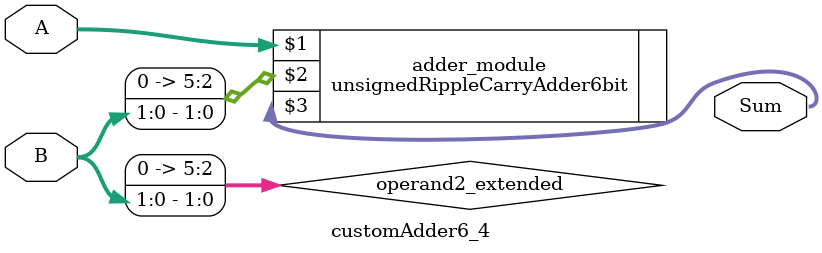
<source format=v>

module customAdder6_4(
                    input [5 : 0] A,
                    input [1 : 0] B,
                    
                    output [6 : 0] Sum
            );

    wire [5 : 0] operand2_extended;
    
    assign operand2_extended =  {4'b0, B};
    
    unsignedRippleCarryAdder6bit adder_module(
        A,
        operand2_extended,
        Sum
    );
    
endmodule
        
</source>
